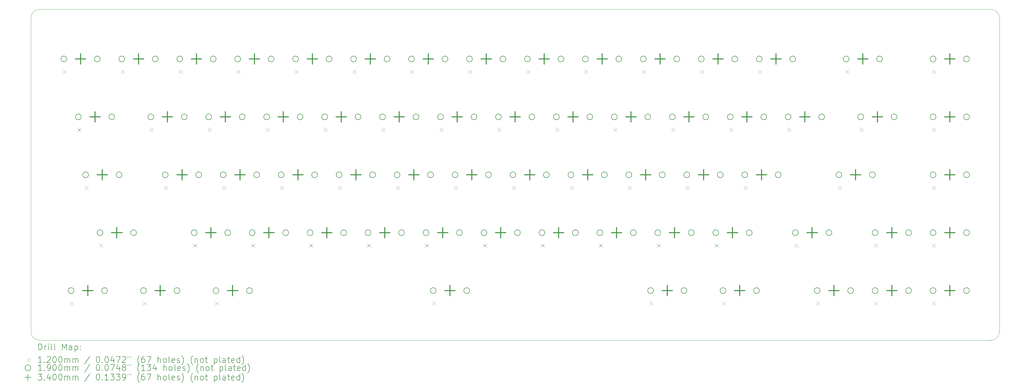
<source format=gbr>
%FSLAX45Y45*%
G04 Gerber Fmt 4.5, Leading zero omitted, Abs format (unit mm)*
G04 Created by KiCad (PCBNEW 6.0.2+dfsg-1) date 2023-02-02 22:32:19*
%MOMM*%
%LPD*%
G01*
G04 APERTURE LIST*
%TA.AperFunction,Profile*%
%ADD10C,0.100000*%
%TD*%
%ADD11C,0.200000*%
%ADD12C,0.120000*%
%ADD13C,0.190000*%
%ADD14C,0.340000*%
G04 APERTURE END LIST*
D10*
X2538531Y-13204127D02*
X2538531Y-2879050D01*
X34098477Y-13483919D02*
X2818400Y-13483919D01*
X34378269Y-2878973D02*
X34378269Y-13204050D01*
X2818323Y-2599181D02*
X34098400Y-2599181D01*
X2818323Y-2599181D02*
G75*
G03*
X2538531Y-2879050I77J-279869D01*
G01*
X2538531Y-13204127D02*
G75*
G03*
X2818400Y-13483919I279869J77D01*
G01*
X34098477Y-13483919D02*
G75*
G03*
X34378269Y-13204050I-77J279869D01*
G01*
X34378269Y-2878973D02*
G75*
G03*
X34098400Y-2599181I-279869J-77D01*
G01*
D11*
D12*
X3588900Y-4591550D02*
X3708900Y-4711550D01*
X3708900Y-4591550D02*
X3588900Y-4711550D01*
X3827025Y-12211550D02*
X3947025Y-12331550D01*
X3947025Y-12211550D02*
X3827025Y-12331550D01*
X4065150Y-6496550D02*
X4185150Y-6616550D01*
X4185150Y-6496550D02*
X4065150Y-6616550D01*
X4303275Y-8401550D02*
X4423275Y-8521550D01*
X4423275Y-8401550D02*
X4303275Y-8521550D01*
X4779525Y-10306550D02*
X4899525Y-10426550D01*
X4899525Y-10306550D02*
X4779525Y-10426550D01*
X5493900Y-4591550D02*
X5613900Y-4711550D01*
X5613900Y-4591550D02*
X5493900Y-4711550D01*
X6208275Y-12211550D02*
X6328275Y-12331550D01*
X6328275Y-12211550D02*
X6208275Y-12331550D01*
X6446400Y-6496550D02*
X6566400Y-6616550D01*
X6566400Y-6496550D02*
X6446400Y-6616550D01*
X6922650Y-8401550D02*
X7042650Y-8521550D01*
X7042650Y-8401550D02*
X6922650Y-8521550D01*
X7398900Y-4591550D02*
X7518900Y-4711550D01*
X7518900Y-4591550D02*
X7398900Y-4711550D01*
X7875150Y-10306550D02*
X7995150Y-10426550D01*
X7995150Y-10306550D02*
X7875150Y-10426550D01*
X8351400Y-6496550D02*
X8471400Y-6616550D01*
X8471400Y-6496550D02*
X8351400Y-6616550D01*
X8589525Y-12211550D02*
X8709525Y-12331550D01*
X8709525Y-12211550D02*
X8589525Y-12331550D01*
X8827650Y-8401550D02*
X8947650Y-8521550D01*
X8947650Y-8401550D02*
X8827650Y-8521550D01*
X9303900Y-4591550D02*
X9423900Y-4711550D01*
X9423900Y-4591550D02*
X9303900Y-4711550D01*
X9780150Y-10306550D02*
X9900150Y-10426550D01*
X9900150Y-10306550D02*
X9780150Y-10426550D01*
X10256400Y-6496550D02*
X10376400Y-6616550D01*
X10376400Y-6496550D02*
X10256400Y-6616550D01*
X10732650Y-8401550D02*
X10852650Y-8521550D01*
X10852650Y-8401550D02*
X10732650Y-8521550D01*
X11208900Y-4591550D02*
X11328900Y-4711550D01*
X11328900Y-4591550D02*
X11208900Y-4711550D01*
X11685150Y-10306550D02*
X11805150Y-10426550D01*
X11805150Y-10306550D02*
X11685150Y-10426550D01*
X12161400Y-6496550D02*
X12281400Y-6616550D01*
X12281400Y-6496550D02*
X12161400Y-6616550D01*
X12637650Y-8401550D02*
X12757650Y-8521550D01*
X12757650Y-8401550D02*
X12637650Y-8521550D01*
X13113900Y-4591550D02*
X13233900Y-4711550D01*
X13233900Y-4591550D02*
X13113900Y-4711550D01*
X13590150Y-10306550D02*
X13710150Y-10426550D01*
X13710150Y-10306550D02*
X13590150Y-10426550D01*
X14066400Y-6496550D02*
X14186400Y-6616550D01*
X14186400Y-6496550D02*
X14066400Y-6616550D01*
X14542650Y-8401550D02*
X14662650Y-8521550D01*
X14662650Y-8401550D02*
X14542650Y-8521550D01*
X15018900Y-4591550D02*
X15138900Y-4711550D01*
X15138900Y-4591550D02*
X15018900Y-4711550D01*
X15495150Y-10306550D02*
X15615150Y-10426550D01*
X15615150Y-10306550D02*
X15495150Y-10426550D01*
X15733275Y-12211550D02*
X15853275Y-12331550D01*
X15853275Y-12211550D02*
X15733275Y-12331550D01*
X15971400Y-6496550D02*
X16091400Y-6616550D01*
X16091400Y-6496550D02*
X15971400Y-6616550D01*
X16447650Y-8401550D02*
X16567650Y-8521550D01*
X16567650Y-8401550D02*
X16447650Y-8521550D01*
X16923900Y-4591550D02*
X17043900Y-4711550D01*
X17043900Y-4591550D02*
X16923900Y-4711550D01*
X17400150Y-10306550D02*
X17520150Y-10426550D01*
X17520150Y-10306550D02*
X17400150Y-10426550D01*
X17876400Y-6496550D02*
X17996400Y-6616550D01*
X17996400Y-6496550D02*
X17876400Y-6616550D01*
X18352650Y-8401550D02*
X18472650Y-8521550D01*
X18472650Y-8401550D02*
X18352650Y-8521550D01*
X18828900Y-4591550D02*
X18948900Y-4711550D01*
X18948900Y-4591550D02*
X18828900Y-4711550D01*
X19305150Y-10306550D02*
X19425150Y-10426550D01*
X19425150Y-10306550D02*
X19305150Y-10426550D01*
X19781400Y-6496550D02*
X19901400Y-6616550D01*
X19901400Y-6496550D02*
X19781400Y-6616550D01*
X20257650Y-8401550D02*
X20377650Y-8521550D01*
X20377650Y-8401550D02*
X20257650Y-8521550D01*
X20733900Y-4591550D02*
X20853900Y-4711550D01*
X20853900Y-4591550D02*
X20733900Y-4711550D01*
X21210150Y-10306550D02*
X21330150Y-10426550D01*
X21330150Y-10306550D02*
X21210150Y-10426550D01*
X21686400Y-6496550D02*
X21806400Y-6616550D01*
X21806400Y-6496550D02*
X21686400Y-6616550D01*
X22162650Y-8401550D02*
X22282650Y-8521550D01*
X22282650Y-8401550D02*
X22162650Y-8521550D01*
X22638900Y-4591550D02*
X22758900Y-4711550D01*
X22758900Y-4591550D02*
X22638900Y-4711550D01*
X22877025Y-12211550D02*
X22997025Y-12331550D01*
X22997025Y-12211550D02*
X22877025Y-12331550D01*
X23115150Y-10306550D02*
X23235150Y-10426550D01*
X23235150Y-10306550D02*
X23115150Y-10426550D01*
X23591400Y-6496550D02*
X23711400Y-6616550D01*
X23711400Y-6496550D02*
X23591400Y-6616550D01*
X24067650Y-8401550D02*
X24187650Y-8521550D01*
X24187650Y-8401550D02*
X24067650Y-8521550D01*
X24543900Y-4591550D02*
X24663900Y-4711550D01*
X24663900Y-4591550D02*
X24543900Y-4711550D01*
X25020150Y-10306550D02*
X25140150Y-10426550D01*
X25140150Y-10306550D02*
X25020150Y-10426550D01*
X25258275Y-12211550D02*
X25378275Y-12331550D01*
X25378275Y-12211550D02*
X25258275Y-12331550D01*
X25496400Y-6496550D02*
X25616400Y-6616550D01*
X25616400Y-6496550D02*
X25496400Y-6616550D01*
X25972650Y-8401550D02*
X26092650Y-8521550D01*
X26092650Y-8401550D02*
X25972650Y-8521550D01*
X26448900Y-4591550D02*
X26568900Y-4711550D01*
X26568900Y-4591550D02*
X26448900Y-4711550D01*
X27401400Y-6496550D02*
X27521400Y-6616550D01*
X27521400Y-6496550D02*
X27401400Y-6616550D01*
X27639525Y-10306550D02*
X27759525Y-10426550D01*
X27759525Y-10306550D02*
X27639525Y-10426550D01*
X28353900Y-12211550D02*
X28473900Y-12331550D01*
X28473900Y-12211550D02*
X28353900Y-12331550D01*
X29068275Y-8401550D02*
X29188275Y-8521550D01*
X29188275Y-8401550D02*
X29068275Y-8521550D01*
X29306400Y-4591550D02*
X29426400Y-4711550D01*
X29426400Y-4591550D02*
X29306400Y-4711550D01*
X29782650Y-6496550D02*
X29902650Y-6616550D01*
X29902650Y-6496550D02*
X29782650Y-6616550D01*
X30258900Y-10306550D02*
X30378900Y-10426550D01*
X30378900Y-10306550D02*
X30258900Y-10426550D01*
X30258900Y-12211550D02*
X30378900Y-12331550D01*
X30378900Y-12211550D02*
X30258900Y-12331550D01*
X32163900Y-4591550D02*
X32283900Y-4711550D01*
X32283900Y-4591550D02*
X32163900Y-4711550D01*
X32163900Y-6496550D02*
X32283900Y-6616550D01*
X32283900Y-6496550D02*
X32163900Y-6616550D01*
X32163900Y-8401550D02*
X32283900Y-8521550D01*
X32283900Y-8401550D02*
X32163900Y-8521550D01*
X32163900Y-10306550D02*
X32283900Y-10426550D01*
X32283900Y-10306550D02*
X32163900Y-10426550D01*
X32163900Y-12211550D02*
X32283900Y-12331550D01*
X32283900Y-12211550D02*
X32163900Y-12331550D01*
D13*
X3715900Y-4231550D02*
G75*
G03*
X3715900Y-4231550I-95000J0D01*
G01*
X3954025Y-11851550D02*
G75*
G03*
X3954025Y-11851550I-95000J0D01*
G01*
X4192150Y-6136550D02*
G75*
G03*
X4192150Y-6136550I-95000J0D01*
G01*
X4430275Y-8041550D02*
G75*
G03*
X4430275Y-8041550I-95000J0D01*
G01*
X4815900Y-4231550D02*
G75*
G03*
X4815900Y-4231550I-95000J0D01*
G01*
X4906525Y-9946550D02*
G75*
G03*
X4906525Y-9946550I-95000J0D01*
G01*
X5054025Y-11851550D02*
G75*
G03*
X5054025Y-11851550I-95000J0D01*
G01*
X5292150Y-6136550D02*
G75*
G03*
X5292150Y-6136550I-95000J0D01*
G01*
X5530275Y-8041550D02*
G75*
G03*
X5530275Y-8041550I-95000J0D01*
G01*
X5620900Y-4231550D02*
G75*
G03*
X5620900Y-4231550I-95000J0D01*
G01*
X6006525Y-9946550D02*
G75*
G03*
X6006525Y-9946550I-95000J0D01*
G01*
X6335275Y-11851550D02*
G75*
G03*
X6335275Y-11851550I-95000J0D01*
G01*
X6573400Y-6136550D02*
G75*
G03*
X6573400Y-6136550I-95000J0D01*
G01*
X6720900Y-4231550D02*
G75*
G03*
X6720900Y-4231550I-95000J0D01*
G01*
X7049650Y-8041550D02*
G75*
G03*
X7049650Y-8041550I-95000J0D01*
G01*
X7435275Y-11851550D02*
G75*
G03*
X7435275Y-11851550I-95000J0D01*
G01*
X7525900Y-4231550D02*
G75*
G03*
X7525900Y-4231550I-95000J0D01*
G01*
X7673400Y-6136550D02*
G75*
G03*
X7673400Y-6136550I-95000J0D01*
G01*
X8002150Y-9946550D02*
G75*
G03*
X8002150Y-9946550I-95000J0D01*
G01*
X8149650Y-8041550D02*
G75*
G03*
X8149650Y-8041550I-95000J0D01*
G01*
X8478400Y-6136550D02*
G75*
G03*
X8478400Y-6136550I-95000J0D01*
G01*
X8625900Y-4231550D02*
G75*
G03*
X8625900Y-4231550I-95000J0D01*
G01*
X8716525Y-11851550D02*
G75*
G03*
X8716525Y-11851550I-95000J0D01*
G01*
X8954650Y-8041550D02*
G75*
G03*
X8954650Y-8041550I-95000J0D01*
G01*
X9102150Y-9946550D02*
G75*
G03*
X9102150Y-9946550I-95000J0D01*
G01*
X9430900Y-4231550D02*
G75*
G03*
X9430900Y-4231550I-95000J0D01*
G01*
X9578400Y-6136550D02*
G75*
G03*
X9578400Y-6136550I-95000J0D01*
G01*
X9816525Y-11851550D02*
G75*
G03*
X9816525Y-11851550I-95000J0D01*
G01*
X9907150Y-9946550D02*
G75*
G03*
X9907150Y-9946550I-95000J0D01*
G01*
X10054650Y-8041550D02*
G75*
G03*
X10054650Y-8041550I-95000J0D01*
G01*
X10383400Y-6136550D02*
G75*
G03*
X10383400Y-6136550I-95000J0D01*
G01*
X10530900Y-4231550D02*
G75*
G03*
X10530900Y-4231550I-95000J0D01*
G01*
X10859650Y-8041550D02*
G75*
G03*
X10859650Y-8041550I-95000J0D01*
G01*
X11007150Y-9946550D02*
G75*
G03*
X11007150Y-9946550I-95000J0D01*
G01*
X11335900Y-4231550D02*
G75*
G03*
X11335900Y-4231550I-95000J0D01*
G01*
X11483400Y-6136550D02*
G75*
G03*
X11483400Y-6136550I-95000J0D01*
G01*
X11812150Y-9946550D02*
G75*
G03*
X11812150Y-9946550I-95000J0D01*
G01*
X11959650Y-8041550D02*
G75*
G03*
X11959650Y-8041550I-95000J0D01*
G01*
X12288400Y-6136550D02*
G75*
G03*
X12288400Y-6136550I-95000J0D01*
G01*
X12435900Y-4231550D02*
G75*
G03*
X12435900Y-4231550I-95000J0D01*
G01*
X12764650Y-8041550D02*
G75*
G03*
X12764650Y-8041550I-95000J0D01*
G01*
X12912150Y-9946550D02*
G75*
G03*
X12912150Y-9946550I-95000J0D01*
G01*
X13240900Y-4231550D02*
G75*
G03*
X13240900Y-4231550I-95000J0D01*
G01*
X13388400Y-6136550D02*
G75*
G03*
X13388400Y-6136550I-95000J0D01*
G01*
X13717150Y-9946550D02*
G75*
G03*
X13717150Y-9946550I-95000J0D01*
G01*
X13864650Y-8041550D02*
G75*
G03*
X13864650Y-8041550I-95000J0D01*
G01*
X14193400Y-6136550D02*
G75*
G03*
X14193400Y-6136550I-95000J0D01*
G01*
X14340900Y-4231550D02*
G75*
G03*
X14340900Y-4231550I-95000J0D01*
G01*
X14669650Y-8041550D02*
G75*
G03*
X14669650Y-8041550I-95000J0D01*
G01*
X14817150Y-9946550D02*
G75*
G03*
X14817150Y-9946550I-95000J0D01*
G01*
X15145900Y-4231550D02*
G75*
G03*
X15145900Y-4231550I-95000J0D01*
G01*
X15293400Y-6136550D02*
G75*
G03*
X15293400Y-6136550I-95000J0D01*
G01*
X15622150Y-9946550D02*
G75*
G03*
X15622150Y-9946550I-95000J0D01*
G01*
X15769650Y-8041550D02*
G75*
G03*
X15769650Y-8041550I-95000J0D01*
G01*
X15860275Y-11851550D02*
G75*
G03*
X15860275Y-11851550I-95000J0D01*
G01*
X16098400Y-6136550D02*
G75*
G03*
X16098400Y-6136550I-95000J0D01*
G01*
X16245900Y-4231550D02*
G75*
G03*
X16245900Y-4231550I-95000J0D01*
G01*
X16574650Y-8041550D02*
G75*
G03*
X16574650Y-8041550I-95000J0D01*
G01*
X16722150Y-9946550D02*
G75*
G03*
X16722150Y-9946550I-95000J0D01*
G01*
X16960275Y-11851550D02*
G75*
G03*
X16960275Y-11851550I-95000J0D01*
G01*
X17050900Y-4231550D02*
G75*
G03*
X17050900Y-4231550I-95000J0D01*
G01*
X17198400Y-6136550D02*
G75*
G03*
X17198400Y-6136550I-95000J0D01*
G01*
X17527150Y-9946550D02*
G75*
G03*
X17527150Y-9946550I-95000J0D01*
G01*
X17674650Y-8041550D02*
G75*
G03*
X17674650Y-8041550I-95000J0D01*
G01*
X18003400Y-6136550D02*
G75*
G03*
X18003400Y-6136550I-95000J0D01*
G01*
X18150900Y-4231550D02*
G75*
G03*
X18150900Y-4231550I-95000J0D01*
G01*
X18479650Y-8041550D02*
G75*
G03*
X18479650Y-8041550I-95000J0D01*
G01*
X18627150Y-9946550D02*
G75*
G03*
X18627150Y-9946550I-95000J0D01*
G01*
X18955900Y-4231550D02*
G75*
G03*
X18955900Y-4231550I-95000J0D01*
G01*
X19103400Y-6136550D02*
G75*
G03*
X19103400Y-6136550I-95000J0D01*
G01*
X19432150Y-9946550D02*
G75*
G03*
X19432150Y-9946550I-95000J0D01*
G01*
X19579650Y-8041550D02*
G75*
G03*
X19579650Y-8041550I-95000J0D01*
G01*
X19908400Y-6136550D02*
G75*
G03*
X19908400Y-6136550I-95000J0D01*
G01*
X20055900Y-4231550D02*
G75*
G03*
X20055900Y-4231550I-95000J0D01*
G01*
X20384650Y-8041550D02*
G75*
G03*
X20384650Y-8041550I-95000J0D01*
G01*
X20532150Y-9946550D02*
G75*
G03*
X20532150Y-9946550I-95000J0D01*
G01*
X20860900Y-4231550D02*
G75*
G03*
X20860900Y-4231550I-95000J0D01*
G01*
X21008400Y-6136550D02*
G75*
G03*
X21008400Y-6136550I-95000J0D01*
G01*
X21337150Y-9946550D02*
G75*
G03*
X21337150Y-9946550I-95000J0D01*
G01*
X21484650Y-8041550D02*
G75*
G03*
X21484650Y-8041550I-95000J0D01*
G01*
X21813400Y-6136550D02*
G75*
G03*
X21813400Y-6136550I-95000J0D01*
G01*
X21960900Y-4231550D02*
G75*
G03*
X21960900Y-4231550I-95000J0D01*
G01*
X22289650Y-8041550D02*
G75*
G03*
X22289650Y-8041550I-95000J0D01*
G01*
X22437150Y-9946550D02*
G75*
G03*
X22437150Y-9946550I-95000J0D01*
G01*
X22765900Y-4231550D02*
G75*
G03*
X22765900Y-4231550I-95000J0D01*
G01*
X22913400Y-6136550D02*
G75*
G03*
X22913400Y-6136550I-95000J0D01*
G01*
X23004025Y-11851550D02*
G75*
G03*
X23004025Y-11851550I-95000J0D01*
G01*
X23242150Y-9946550D02*
G75*
G03*
X23242150Y-9946550I-95000J0D01*
G01*
X23389650Y-8041550D02*
G75*
G03*
X23389650Y-8041550I-95000J0D01*
G01*
X23718400Y-6136550D02*
G75*
G03*
X23718400Y-6136550I-95000J0D01*
G01*
X23865900Y-4231550D02*
G75*
G03*
X23865900Y-4231550I-95000J0D01*
G01*
X24104025Y-11851550D02*
G75*
G03*
X24104025Y-11851550I-95000J0D01*
G01*
X24194650Y-8041550D02*
G75*
G03*
X24194650Y-8041550I-95000J0D01*
G01*
X24342150Y-9946550D02*
G75*
G03*
X24342150Y-9946550I-95000J0D01*
G01*
X24670900Y-4231550D02*
G75*
G03*
X24670900Y-4231550I-95000J0D01*
G01*
X24818400Y-6136550D02*
G75*
G03*
X24818400Y-6136550I-95000J0D01*
G01*
X25147150Y-9946550D02*
G75*
G03*
X25147150Y-9946550I-95000J0D01*
G01*
X25294650Y-8041550D02*
G75*
G03*
X25294650Y-8041550I-95000J0D01*
G01*
X25385275Y-11851550D02*
G75*
G03*
X25385275Y-11851550I-95000J0D01*
G01*
X25623400Y-6136550D02*
G75*
G03*
X25623400Y-6136550I-95000J0D01*
G01*
X25770900Y-4231550D02*
G75*
G03*
X25770900Y-4231550I-95000J0D01*
G01*
X26099650Y-8041550D02*
G75*
G03*
X26099650Y-8041550I-95000J0D01*
G01*
X26247150Y-9946550D02*
G75*
G03*
X26247150Y-9946550I-95000J0D01*
G01*
X26485275Y-11851550D02*
G75*
G03*
X26485275Y-11851550I-95000J0D01*
G01*
X26575900Y-4231550D02*
G75*
G03*
X26575900Y-4231550I-95000J0D01*
G01*
X26723400Y-6136550D02*
G75*
G03*
X26723400Y-6136550I-95000J0D01*
G01*
X27199650Y-8041550D02*
G75*
G03*
X27199650Y-8041550I-95000J0D01*
G01*
X27528400Y-6136550D02*
G75*
G03*
X27528400Y-6136550I-95000J0D01*
G01*
X27675900Y-4231550D02*
G75*
G03*
X27675900Y-4231550I-95000J0D01*
G01*
X27766525Y-9946550D02*
G75*
G03*
X27766525Y-9946550I-95000J0D01*
G01*
X28480900Y-11851550D02*
G75*
G03*
X28480900Y-11851550I-95000J0D01*
G01*
X28628400Y-6136550D02*
G75*
G03*
X28628400Y-6136550I-95000J0D01*
G01*
X28866525Y-9946550D02*
G75*
G03*
X28866525Y-9946550I-95000J0D01*
G01*
X29195275Y-8041550D02*
G75*
G03*
X29195275Y-8041550I-95000J0D01*
G01*
X29433400Y-4231550D02*
G75*
G03*
X29433400Y-4231550I-95000J0D01*
G01*
X29580900Y-11851550D02*
G75*
G03*
X29580900Y-11851550I-95000J0D01*
G01*
X29909650Y-6136550D02*
G75*
G03*
X29909650Y-6136550I-95000J0D01*
G01*
X30295275Y-8041550D02*
G75*
G03*
X30295275Y-8041550I-95000J0D01*
G01*
X30385900Y-9946550D02*
G75*
G03*
X30385900Y-9946550I-95000J0D01*
G01*
X30385900Y-11851550D02*
G75*
G03*
X30385900Y-11851550I-95000J0D01*
G01*
X30533400Y-4231550D02*
G75*
G03*
X30533400Y-4231550I-95000J0D01*
G01*
X31009650Y-6136550D02*
G75*
G03*
X31009650Y-6136550I-95000J0D01*
G01*
X31485900Y-9946550D02*
G75*
G03*
X31485900Y-9946550I-95000J0D01*
G01*
X31485900Y-11851550D02*
G75*
G03*
X31485900Y-11851550I-95000J0D01*
G01*
X32290900Y-4231550D02*
G75*
G03*
X32290900Y-4231550I-95000J0D01*
G01*
X32290900Y-6136550D02*
G75*
G03*
X32290900Y-6136550I-95000J0D01*
G01*
X32290900Y-8041550D02*
G75*
G03*
X32290900Y-8041550I-95000J0D01*
G01*
X32290900Y-9946550D02*
G75*
G03*
X32290900Y-9946550I-95000J0D01*
G01*
X32290900Y-11851550D02*
G75*
G03*
X32290900Y-11851550I-95000J0D01*
G01*
X33390900Y-4231550D02*
G75*
G03*
X33390900Y-4231550I-95000J0D01*
G01*
X33390900Y-6136550D02*
G75*
G03*
X33390900Y-6136550I-95000J0D01*
G01*
X33390900Y-8041550D02*
G75*
G03*
X33390900Y-8041550I-95000J0D01*
G01*
X33390900Y-9946550D02*
G75*
G03*
X33390900Y-9946550I-95000J0D01*
G01*
X33390900Y-11851550D02*
G75*
G03*
X33390900Y-11851550I-95000J0D01*
G01*
D14*
X4170900Y-4061550D02*
X4170900Y-4401550D01*
X4000900Y-4231550D02*
X4340900Y-4231550D01*
X4409025Y-11681550D02*
X4409025Y-12021550D01*
X4239025Y-11851550D02*
X4579025Y-11851550D01*
X4647150Y-5966550D02*
X4647150Y-6306550D01*
X4477150Y-6136550D02*
X4817150Y-6136550D01*
X4885275Y-7871550D02*
X4885275Y-8211550D01*
X4715275Y-8041550D02*
X5055275Y-8041550D01*
X5361525Y-9776550D02*
X5361525Y-10116550D01*
X5191525Y-9946550D02*
X5531525Y-9946550D01*
X6075900Y-4061550D02*
X6075900Y-4401550D01*
X5905900Y-4231550D02*
X6245900Y-4231550D01*
X6790275Y-11681550D02*
X6790275Y-12021550D01*
X6620275Y-11851550D02*
X6960275Y-11851550D01*
X7028400Y-5966550D02*
X7028400Y-6306550D01*
X6858400Y-6136550D02*
X7198400Y-6136550D01*
X7504650Y-7871550D02*
X7504650Y-8211550D01*
X7334650Y-8041550D02*
X7674650Y-8041550D01*
X7980900Y-4061550D02*
X7980900Y-4401550D01*
X7810900Y-4231550D02*
X8150900Y-4231550D01*
X8457150Y-9776550D02*
X8457150Y-10116550D01*
X8287150Y-9946550D02*
X8627150Y-9946550D01*
X8933400Y-5966550D02*
X8933400Y-6306550D01*
X8763400Y-6136550D02*
X9103400Y-6136550D01*
X9171525Y-11681550D02*
X9171525Y-12021550D01*
X9001525Y-11851550D02*
X9341525Y-11851550D01*
X9409650Y-7871550D02*
X9409650Y-8211550D01*
X9239650Y-8041550D02*
X9579650Y-8041550D01*
X9885900Y-4061550D02*
X9885900Y-4401550D01*
X9715900Y-4231550D02*
X10055900Y-4231550D01*
X10362150Y-9776550D02*
X10362150Y-10116550D01*
X10192150Y-9946550D02*
X10532150Y-9946550D01*
X10838400Y-5966550D02*
X10838400Y-6306550D01*
X10668400Y-6136550D02*
X11008400Y-6136550D01*
X11314650Y-7871550D02*
X11314650Y-8211550D01*
X11144650Y-8041550D02*
X11484650Y-8041550D01*
X11790900Y-4061550D02*
X11790900Y-4401550D01*
X11620900Y-4231550D02*
X11960900Y-4231550D01*
X12267150Y-9776550D02*
X12267150Y-10116550D01*
X12097150Y-9946550D02*
X12437150Y-9946550D01*
X12743400Y-5966550D02*
X12743400Y-6306550D01*
X12573400Y-6136550D02*
X12913400Y-6136550D01*
X13219650Y-7871550D02*
X13219650Y-8211550D01*
X13049650Y-8041550D02*
X13389650Y-8041550D01*
X13695900Y-4061550D02*
X13695900Y-4401550D01*
X13525900Y-4231550D02*
X13865900Y-4231550D01*
X14172150Y-9776550D02*
X14172150Y-10116550D01*
X14002150Y-9946550D02*
X14342150Y-9946550D01*
X14648400Y-5966550D02*
X14648400Y-6306550D01*
X14478400Y-6136550D02*
X14818400Y-6136550D01*
X15124650Y-7871550D02*
X15124650Y-8211550D01*
X14954650Y-8041550D02*
X15294650Y-8041550D01*
X15600900Y-4061550D02*
X15600900Y-4401550D01*
X15430900Y-4231550D02*
X15770900Y-4231550D01*
X16077150Y-9776550D02*
X16077150Y-10116550D01*
X15907150Y-9946550D02*
X16247150Y-9946550D01*
X16315275Y-11681550D02*
X16315275Y-12021550D01*
X16145275Y-11851550D02*
X16485275Y-11851550D01*
X16553400Y-5966550D02*
X16553400Y-6306550D01*
X16383400Y-6136550D02*
X16723400Y-6136550D01*
X17029650Y-7871550D02*
X17029650Y-8211550D01*
X16859650Y-8041550D02*
X17199650Y-8041550D01*
X17505900Y-4061550D02*
X17505900Y-4401550D01*
X17335900Y-4231550D02*
X17675900Y-4231550D01*
X17982150Y-9776550D02*
X17982150Y-10116550D01*
X17812150Y-9946550D02*
X18152150Y-9946550D01*
X18458400Y-5966550D02*
X18458400Y-6306550D01*
X18288400Y-6136550D02*
X18628400Y-6136550D01*
X18934650Y-7871550D02*
X18934650Y-8211550D01*
X18764650Y-8041550D02*
X19104650Y-8041550D01*
X19410900Y-4061550D02*
X19410900Y-4401550D01*
X19240900Y-4231550D02*
X19580900Y-4231550D01*
X19887150Y-9776550D02*
X19887150Y-10116550D01*
X19717150Y-9946550D02*
X20057150Y-9946550D01*
X20363400Y-5966550D02*
X20363400Y-6306550D01*
X20193400Y-6136550D02*
X20533400Y-6136550D01*
X20839650Y-7871550D02*
X20839650Y-8211550D01*
X20669650Y-8041550D02*
X21009650Y-8041550D01*
X21315900Y-4061550D02*
X21315900Y-4401550D01*
X21145900Y-4231550D02*
X21485900Y-4231550D01*
X21792150Y-9776550D02*
X21792150Y-10116550D01*
X21622150Y-9946550D02*
X21962150Y-9946550D01*
X22268400Y-5966550D02*
X22268400Y-6306550D01*
X22098400Y-6136550D02*
X22438400Y-6136550D01*
X22744650Y-7871550D02*
X22744650Y-8211550D01*
X22574650Y-8041550D02*
X22914650Y-8041550D01*
X23220900Y-4061550D02*
X23220900Y-4401550D01*
X23050900Y-4231550D02*
X23390900Y-4231550D01*
X23459025Y-11681550D02*
X23459025Y-12021550D01*
X23289025Y-11851550D02*
X23629025Y-11851550D01*
X23697150Y-9776550D02*
X23697150Y-10116550D01*
X23527150Y-9946550D02*
X23867150Y-9946550D01*
X24173400Y-5966550D02*
X24173400Y-6306550D01*
X24003400Y-6136550D02*
X24343400Y-6136550D01*
X24649650Y-7871550D02*
X24649650Y-8211550D01*
X24479650Y-8041550D02*
X24819650Y-8041550D01*
X25125900Y-4061550D02*
X25125900Y-4401550D01*
X24955900Y-4231550D02*
X25295900Y-4231550D01*
X25602150Y-9776550D02*
X25602150Y-10116550D01*
X25432150Y-9946550D02*
X25772150Y-9946550D01*
X25840275Y-11681550D02*
X25840275Y-12021550D01*
X25670275Y-11851550D02*
X26010275Y-11851550D01*
X26078400Y-5966550D02*
X26078400Y-6306550D01*
X25908400Y-6136550D02*
X26248400Y-6136550D01*
X26554650Y-7871550D02*
X26554650Y-8211550D01*
X26384650Y-8041550D02*
X26724650Y-8041550D01*
X27030900Y-4061550D02*
X27030900Y-4401550D01*
X26860900Y-4231550D02*
X27200900Y-4231550D01*
X27983400Y-5966550D02*
X27983400Y-6306550D01*
X27813400Y-6136550D02*
X28153400Y-6136550D01*
X28221525Y-9776550D02*
X28221525Y-10116550D01*
X28051525Y-9946550D02*
X28391525Y-9946550D01*
X28935900Y-11681550D02*
X28935900Y-12021550D01*
X28765900Y-11851550D02*
X29105900Y-11851550D01*
X29650275Y-7871550D02*
X29650275Y-8211550D01*
X29480275Y-8041550D02*
X29820275Y-8041550D01*
X29888400Y-4061550D02*
X29888400Y-4401550D01*
X29718400Y-4231550D02*
X30058400Y-4231550D01*
X30364650Y-5966550D02*
X30364650Y-6306550D01*
X30194650Y-6136550D02*
X30534650Y-6136550D01*
X30840900Y-9776550D02*
X30840900Y-10116550D01*
X30670900Y-9946550D02*
X31010900Y-9946550D01*
X30840900Y-11681550D02*
X30840900Y-12021550D01*
X30670900Y-11851550D02*
X31010900Y-11851550D01*
X32745900Y-4061550D02*
X32745900Y-4401550D01*
X32575900Y-4231550D02*
X32915900Y-4231550D01*
X32745900Y-5966550D02*
X32745900Y-6306550D01*
X32575900Y-6136550D02*
X32915900Y-6136550D01*
X32745900Y-7871550D02*
X32745900Y-8211550D01*
X32575900Y-8041550D02*
X32915900Y-8041550D01*
X32745900Y-9776550D02*
X32745900Y-10116550D01*
X32575900Y-9946550D02*
X32915900Y-9946550D01*
X32745900Y-11681550D02*
X32745900Y-12021550D01*
X32575900Y-11851550D02*
X32915900Y-11851550D01*
D11*
X2791150Y-13799395D02*
X2791150Y-13599395D01*
X2838769Y-13599395D01*
X2867340Y-13608919D01*
X2886388Y-13627967D01*
X2895912Y-13647014D01*
X2905435Y-13685110D01*
X2905435Y-13713681D01*
X2895912Y-13751776D01*
X2886388Y-13770824D01*
X2867340Y-13789871D01*
X2838769Y-13799395D01*
X2791150Y-13799395D01*
X2991150Y-13799395D02*
X2991150Y-13666062D01*
X2991150Y-13704157D02*
X3000674Y-13685110D01*
X3010197Y-13675586D01*
X3029245Y-13666062D01*
X3048293Y-13666062D01*
X3114959Y-13799395D02*
X3114959Y-13666062D01*
X3114959Y-13599395D02*
X3105435Y-13608919D01*
X3114959Y-13618443D01*
X3124483Y-13608919D01*
X3114959Y-13599395D01*
X3114959Y-13618443D01*
X3238769Y-13799395D02*
X3219721Y-13789871D01*
X3210197Y-13770824D01*
X3210197Y-13599395D01*
X3343531Y-13799395D02*
X3324483Y-13789871D01*
X3314959Y-13770824D01*
X3314959Y-13599395D01*
X3572102Y-13799395D02*
X3572102Y-13599395D01*
X3638769Y-13742252D01*
X3705435Y-13599395D01*
X3705435Y-13799395D01*
X3886388Y-13799395D02*
X3886388Y-13694633D01*
X3876864Y-13675586D01*
X3857816Y-13666062D01*
X3819721Y-13666062D01*
X3800674Y-13675586D01*
X3886388Y-13789871D02*
X3867340Y-13799395D01*
X3819721Y-13799395D01*
X3800674Y-13789871D01*
X3791150Y-13770824D01*
X3791150Y-13751776D01*
X3800674Y-13732729D01*
X3819721Y-13723205D01*
X3867340Y-13723205D01*
X3886388Y-13713681D01*
X3981626Y-13666062D02*
X3981626Y-13866062D01*
X3981626Y-13675586D02*
X4000674Y-13666062D01*
X4038769Y-13666062D01*
X4057816Y-13675586D01*
X4067340Y-13685110D01*
X4076864Y-13704157D01*
X4076864Y-13761300D01*
X4067340Y-13780348D01*
X4057816Y-13789871D01*
X4038769Y-13799395D01*
X4000674Y-13799395D01*
X3981626Y-13789871D01*
X4162578Y-13780348D02*
X4172102Y-13789871D01*
X4162578Y-13799395D01*
X4153055Y-13789871D01*
X4162578Y-13780348D01*
X4162578Y-13799395D01*
X4162578Y-13675586D02*
X4172102Y-13685110D01*
X4162578Y-13694633D01*
X4153055Y-13685110D01*
X4162578Y-13675586D01*
X4162578Y-13694633D01*
D12*
X2413531Y-14068919D02*
X2533531Y-14188919D01*
X2533531Y-14068919D02*
X2413531Y-14188919D01*
D11*
X2895912Y-14219395D02*
X2781626Y-14219395D01*
X2838769Y-14219395D02*
X2838769Y-14019395D01*
X2819721Y-14047967D01*
X2800674Y-14067014D01*
X2781626Y-14076538D01*
X2981626Y-14200348D02*
X2991150Y-14209871D01*
X2981626Y-14219395D01*
X2972102Y-14209871D01*
X2981626Y-14200348D01*
X2981626Y-14219395D01*
X3067340Y-14038443D02*
X3076864Y-14028919D01*
X3095912Y-14019395D01*
X3143531Y-14019395D01*
X3162578Y-14028919D01*
X3172102Y-14038443D01*
X3181626Y-14057491D01*
X3181626Y-14076538D01*
X3172102Y-14105110D01*
X3057816Y-14219395D01*
X3181626Y-14219395D01*
X3305435Y-14019395D02*
X3324483Y-14019395D01*
X3343531Y-14028919D01*
X3353055Y-14038443D01*
X3362578Y-14057491D01*
X3372102Y-14095586D01*
X3372102Y-14143205D01*
X3362578Y-14181300D01*
X3353055Y-14200348D01*
X3343531Y-14209871D01*
X3324483Y-14219395D01*
X3305435Y-14219395D01*
X3286388Y-14209871D01*
X3276864Y-14200348D01*
X3267340Y-14181300D01*
X3257816Y-14143205D01*
X3257816Y-14095586D01*
X3267340Y-14057491D01*
X3276864Y-14038443D01*
X3286388Y-14028919D01*
X3305435Y-14019395D01*
X3495912Y-14019395D02*
X3514959Y-14019395D01*
X3534007Y-14028919D01*
X3543531Y-14038443D01*
X3553055Y-14057491D01*
X3562578Y-14095586D01*
X3562578Y-14143205D01*
X3553055Y-14181300D01*
X3543531Y-14200348D01*
X3534007Y-14209871D01*
X3514959Y-14219395D01*
X3495912Y-14219395D01*
X3476864Y-14209871D01*
X3467340Y-14200348D01*
X3457816Y-14181300D01*
X3448293Y-14143205D01*
X3448293Y-14095586D01*
X3457816Y-14057491D01*
X3467340Y-14038443D01*
X3476864Y-14028919D01*
X3495912Y-14019395D01*
X3648293Y-14219395D02*
X3648293Y-14086062D01*
X3648293Y-14105110D02*
X3657816Y-14095586D01*
X3676864Y-14086062D01*
X3705435Y-14086062D01*
X3724483Y-14095586D01*
X3734007Y-14114633D01*
X3734007Y-14219395D01*
X3734007Y-14114633D02*
X3743531Y-14095586D01*
X3762578Y-14086062D01*
X3791150Y-14086062D01*
X3810197Y-14095586D01*
X3819721Y-14114633D01*
X3819721Y-14219395D01*
X3914959Y-14219395D02*
X3914959Y-14086062D01*
X3914959Y-14105110D02*
X3924483Y-14095586D01*
X3943531Y-14086062D01*
X3972102Y-14086062D01*
X3991150Y-14095586D01*
X4000674Y-14114633D01*
X4000674Y-14219395D01*
X4000674Y-14114633D02*
X4010197Y-14095586D01*
X4029245Y-14086062D01*
X4057816Y-14086062D01*
X4076864Y-14095586D01*
X4086388Y-14114633D01*
X4086388Y-14219395D01*
X4476864Y-14009871D02*
X4305436Y-14267014D01*
X4734007Y-14019395D02*
X4753055Y-14019395D01*
X4772102Y-14028919D01*
X4781626Y-14038443D01*
X4791150Y-14057491D01*
X4800674Y-14095586D01*
X4800674Y-14143205D01*
X4791150Y-14181300D01*
X4781626Y-14200348D01*
X4772102Y-14209871D01*
X4753055Y-14219395D01*
X4734007Y-14219395D01*
X4714959Y-14209871D01*
X4705436Y-14200348D01*
X4695912Y-14181300D01*
X4686388Y-14143205D01*
X4686388Y-14095586D01*
X4695912Y-14057491D01*
X4705436Y-14038443D01*
X4714959Y-14028919D01*
X4734007Y-14019395D01*
X4886388Y-14200348D02*
X4895912Y-14209871D01*
X4886388Y-14219395D01*
X4876864Y-14209871D01*
X4886388Y-14200348D01*
X4886388Y-14219395D01*
X5019721Y-14019395D02*
X5038769Y-14019395D01*
X5057817Y-14028919D01*
X5067340Y-14038443D01*
X5076864Y-14057491D01*
X5086388Y-14095586D01*
X5086388Y-14143205D01*
X5076864Y-14181300D01*
X5067340Y-14200348D01*
X5057817Y-14209871D01*
X5038769Y-14219395D01*
X5019721Y-14219395D01*
X5000674Y-14209871D01*
X4991150Y-14200348D01*
X4981626Y-14181300D01*
X4972102Y-14143205D01*
X4972102Y-14095586D01*
X4981626Y-14057491D01*
X4991150Y-14038443D01*
X5000674Y-14028919D01*
X5019721Y-14019395D01*
X5257817Y-14086062D02*
X5257817Y-14219395D01*
X5210197Y-14009871D02*
X5162578Y-14152729D01*
X5286388Y-14152729D01*
X5343531Y-14019395D02*
X5476864Y-14019395D01*
X5391150Y-14219395D01*
X5543531Y-14038443D02*
X5553055Y-14028919D01*
X5572102Y-14019395D01*
X5619721Y-14019395D01*
X5638769Y-14028919D01*
X5648293Y-14038443D01*
X5657816Y-14057491D01*
X5657816Y-14076538D01*
X5648293Y-14105110D01*
X5534007Y-14219395D01*
X5657816Y-14219395D01*
X5734007Y-14019395D02*
X5734007Y-14057491D01*
X5810197Y-14019395D02*
X5810197Y-14057491D01*
X6105435Y-14295586D02*
X6095912Y-14286062D01*
X6076864Y-14257491D01*
X6067340Y-14238443D01*
X6057816Y-14209871D01*
X6048293Y-14162252D01*
X6048293Y-14124157D01*
X6057816Y-14076538D01*
X6067340Y-14047967D01*
X6076864Y-14028919D01*
X6095912Y-14000348D01*
X6105435Y-13990824D01*
X6267340Y-14019395D02*
X6229245Y-14019395D01*
X6210197Y-14028919D01*
X6200674Y-14038443D01*
X6181626Y-14067014D01*
X6172102Y-14105110D01*
X6172102Y-14181300D01*
X6181626Y-14200348D01*
X6191150Y-14209871D01*
X6210197Y-14219395D01*
X6248293Y-14219395D01*
X6267340Y-14209871D01*
X6276864Y-14200348D01*
X6286388Y-14181300D01*
X6286388Y-14133681D01*
X6276864Y-14114633D01*
X6267340Y-14105110D01*
X6248293Y-14095586D01*
X6210197Y-14095586D01*
X6191150Y-14105110D01*
X6181626Y-14114633D01*
X6172102Y-14133681D01*
X6353055Y-14019395D02*
X6486388Y-14019395D01*
X6400674Y-14219395D01*
X6714959Y-14219395D02*
X6714959Y-14019395D01*
X6800674Y-14219395D02*
X6800674Y-14114633D01*
X6791150Y-14095586D01*
X6772102Y-14086062D01*
X6743531Y-14086062D01*
X6724483Y-14095586D01*
X6714959Y-14105110D01*
X6924483Y-14219395D02*
X6905435Y-14209871D01*
X6895912Y-14200348D01*
X6886388Y-14181300D01*
X6886388Y-14124157D01*
X6895912Y-14105110D01*
X6905435Y-14095586D01*
X6924483Y-14086062D01*
X6953055Y-14086062D01*
X6972102Y-14095586D01*
X6981626Y-14105110D01*
X6991150Y-14124157D01*
X6991150Y-14181300D01*
X6981626Y-14200348D01*
X6972102Y-14209871D01*
X6953055Y-14219395D01*
X6924483Y-14219395D01*
X7105435Y-14219395D02*
X7086388Y-14209871D01*
X7076864Y-14190824D01*
X7076864Y-14019395D01*
X7257816Y-14209871D02*
X7238769Y-14219395D01*
X7200674Y-14219395D01*
X7181626Y-14209871D01*
X7172102Y-14190824D01*
X7172102Y-14114633D01*
X7181626Y-14095586D01*
X7200674Y-14086062D01*
X7238769Y-14086062D01*
X7257816Y-14095586D01*
X7267340Y-14114633D01*
X7267340Y-14133681D01*
X7172102Y-14152729D01*
X7343531Y-14209871D02*
X7362578Y-14219395D01*
X7400674Y-14219395D01*
X7419721Y-14209871D01*
X7429245Y-14190824D01*
X7429245Y-14181300D01*
X7419721Y-14162252D01*
X7400674Y-14152729D01*
X7372102Y-14152729D01*
X7353055Y-14143205D01*
X7343531Y-14124157D01*
X7343531Y-14114633D01*
X7353055Y-14095586D01*
X7372102Y-14086062D01*
X7400674Y-14086062D01*
X7419721Y-14095586D01*
X7495912Y-14295586D02*
X7505435Y-14286062D01*
X7524483Y-14257491D01*
X7534007Y-14238443D01*
X7543531Y-14209871D01*
X7553055Y-14162252D01*
X7553055Y-14124157D01*
X7543531Y-14076538D01*
X7534007Y-14047967D01*
X7524483Y-14028919D01*
X7505435Y-14000348D01*
X7495912Y-13990824D01*
X7857816Y-14295586D02*
X7848293Y-14286062D01*
X7829245Y-14257491D01*
X7819721Y-14238443D01*
X7810197Y-14209871D01*
X7800674Y-14162252D01*
X7800674Y-14124157D01*
X7810197Y-14076538D01*
X7819721Y-14047967D01*
X7829245Y-14028919D01*
X7848293Y-14000348D01*
X7857816Y-13990824D01*
X7934007Y-14086062D02*
X7934007Y-14219395D01*
X7934007Y-14105110D02*
X7943531Y-14095586D01*
X7962578Y-14086062D01*
X7991150Y-14086062D01*
X8010197Y-14095586D01*
X8019721Y-14114633D01*
X8019721Y-14219395D01*
X8143531Y-14219395D02*
X8124483Y-14209871D01*
X8114959Y-14200348D01*
X8105435Y-14181300D01*
X8105435Y-14124157D01*
X8114959Y-14105110D01*
X8124483Y-14095586D01*
X8143531Y-14086062D01*
X8172102Y-14086062D01*
X8191150Y-14095586D01*
X8200674Y-14105110D01*
X8210197Y-14124157D01*
X8210197Y-14181300D01*
X8200674Y-14200348D01*
X8191150Y-14209871D01*
X8172102Y-14219395D01*
X8143531Y-14219395D01*
X8267340Y-14086062D02*
X8343531Y-14086062D01*
X8295912Y-14019395D02*
X8295912Y-14190824D01*
X8305435Y-14209871D01*
X8324483Y-14219395D01*
X8343531Y-14219395D01*
X8562578Y-14086062D02*
X8562578Y-14286062D01*
X8562578Y-14095586D02*
X8581626Y-14086062D01*
X8619721Y-14086062D01*
X8638769Y-14095586D01*
X8648293Y-14105110D01*
X8657817Y-14124157D01*
X8657817Y-14181300D01*
X8648293Y-14200348D01*
X8638769Y-14209871D01*
X8619721Y-14219395D01*
X8581626Y-14219395D01*
X8562578Y-14209871D01*
X8772102Y-14219395D02*
X8753055Y-14209871D01*
X8743531Y-14190824D01*
X8743531Y-14019395D01*
X8934007Y-14219395D02*
X8934007Y-14114633D01*
X8924483Y-14095586D01*
X8905436Y-14086062D01*
X8867340Y-14086062D01*
X8848293Y-14095586D01*
X8934007Y-14209871D02*
X8914959Y-14219395D01*
X8867340Y-14219395D01*
X8848293Y-14209871D01*
X8838769Y-14190824D01*
X8838769Y-14171776D01*
X8848293Y-14152729D01*
X8867340Y-14143205D01*
X8914959Y-14143205D01*
X8934007Y-14133681D01*
X9000674Y-14086062D02*
X9076864Y-14086062D01*
X9029245Y-14019395D02*
X9029245Y-14190824D01*
X9038769Y-14209871D01*
X9057817Y-14219395D01*
X9076864Y-14219395D01*
X9219721Y-14209871D02*
X9200674Y-14219395D01*
X9162578Y-14219395D01*
X9143531Y-14209871D01*
X9134007Y-14190824D01*
X9134007Y-14114633D01*
X9143531Y-14095586D01*
X9162578Y-14086062D01*
X9200674Y-14086062D01*
X9219721Y-14095586D01*
X9229245Y-14114633D01*
X9229245Y-14133681D01*
X9134007Y-14152729D01*
X9400674Y-14219395D02*
X9400674Y-14019395D01*
X9400674Y-14209871D02*
X9381626Y-14219395D01*
X9343531Y-14219395D01*
X9324483Y-14209871D01*
X9314959Y-14200348D01*
X9305436Y-14181300D01*
X9305436Y-14124157D01*
X9314959Y-14105110D01*
X9324483Y-14095586D01*
X9343531Y-14086062D01*
X9381626Y-14086062D01*
X9400674Y-14095586D01*
X9476864Y-14295586D02*
X9486388Y-14286062D01*
X9505436Y-14257491D01*
X9514959Y-14238443D01*
X9524483Y-14209871D01*
X9534007Y-14162252D01*
X9534007Y-14124157D01*
X9524483Y-14076538D01*
X9514959Y-14047967D01*
X9505436Y-14028919D01*
X9486388Y-14000348D01*
X9476864Y-13990824D01*
D13*
X2533531Y-14392919D02*
G75*
G03*
X2533531Y-14392919I-95000J0D01*
G01*
D11*
X2895912Y-14483395D02*
X2781626Y-14483395D01*
X2838769Y-14483395D02*
X2838769Y-14283395D01*
X2819721Y-14311967D01*
X2800674Y-14331014D01*
X2781626Y-14340538D01*
X2981626Y-14464348D02*
X2991150Y-14473871D01*
X2981626Y-14483395D01*
X2972102Y-14473871D01*
X2981626Y-14464348D01*
X2981626Y-14483395D01*
X3086388Y-14483395D02*
X3124483Y-14483395D01*
X3143531Y-14473871D01*
X3153055Y-14464348D01*
X3172102Y-14435776D01*
X3181626Y-14397681D01*
X3181626Y-14321491D01*
X3172102Y-14302443D01*
X3162578Y-14292919D01*
X3143531Y-14283395D01*
X3105435Y-14283395D01*
X3086388Y-14292919D01*
X3076864Y-14302443D01*
X3067340Y-14321491D01*
X3067340Y-14369110D01*
X3076864Y-14388157D01*
X3086388Y-14397681D01*
X3105435Y-14407205D01*
X3143531Y-14407205D01*
X3162578Y-14397681D01*
X3172102Y-14388157D01*
X3181626Y-14369110D01*
X3305435Y-14283395D02*
X3324483Y-14283395D01*
X3343531Y-14292919D01*
X3353055Y-14302443D01*
X3362578Y-14321491D01*
X3372102Y-14359586D01*
X3372102Y-14407205D01*
X3362578Y-14445300D01*
X3353055Y-14464348D01*
X3343531Y-14473871D01*
X3324483Y-14483395D01*
X3305435Y-14483395D01*
X3286388Y-14473871D01*
X3276864Y-14464348D01*
X3267340Y-14445300D01*
X3257816Y-14407205D01*
X3257816Y-14359586D01*
X3267340Y-14321491D01*
X3276864Y-14302443D01*
X3286388Y-14292919D01*
X3305435Y-14283395D01*
X3495912Y-14283395D02*
X3514959Y-14283395D01*
X3534007Y-14292919D01*
X3543531Y-14302443D01*
X3553055Y-14321491D01*
X3562578Y-14359586D01*
X3562578Y-14407205D01*
X3553055Y-14445300D01*
X3543531Y-14464348D01*
X3534007Y-14473871D01*
X3514959Y-14483395D01*
X3495912Y-14483395D01*
X3476864Y-14473871D01*
X3467340Y-14464348D01*
X3457816Y-14445300D01*
X3448293Y-14407205D01*
X3448293Y-14359586D01*
X3457816Y-14321491D01*
X3467340Y-14302443D01*
X3476864Y-14292919D01*
X3495912Y-14283395D01*
X3648293Y-14483395D02*
X3648293Y-14350062D01*
X3648293Y-14369110D02*
X3657816Y-14359586D01*
X3676864Y-14350062D01*
X3705435Y-14350062D01*
X3724483Y-14359586D01*
X3734007Y-14378633D01*
X3734007Y-14483395D01*
X3734007Y-14378633D02*
X3743531Y-14359586D01*
X3762578Y-14350062D01*
X3791150Y-14350062D01*
X3810197Y-14359586D01*
X3819721Y-14378633D01*
X3819721Y-14483395D01*
X3914959Y-14483395D02*
X3914959Y-14350062D01*
X3914959Y-14369110D02*
X3924483Y-14359586D01*
X3943531Y-14350062D01*
X3972102Y-14350062D01*
X3991150Y-14359586D01*
X4000674Y-14378633D01*
X4000674Y-14483395D01*
X4000674Y-14378633D02*
X4010197Y-14359586D01*
X4029245Y-14350062D01*
X4057816Y-14350062D01*
X4076864Y-14359586D01*
X4086388Y-14378633D01*
X4086388Y-14483395D01*
X4476864Y-14273871D02*
X4305436Y-14531014D01*
X4734007Y-14283395D02*
X4753055Y-14283395D01*
X4772102Y-14292919D01*
X4781626Y-14302443D01*
X4791150Y-14321491D01*
X4800674Y-14359586D01*
X4800674Y-14407205D01*
X4791150Y-14445300D01*
X4781626Y-14464348D01*
X4772102Y-14473871D01*
X4753055Y-14483395D01*
X4734007Y-14483395D01*
X4714959Y-14473871D01*
X4705436Y-14464348D01*
X4695912Y-14445300D01*
X4686388Y-14407205D01*
X4686388Y-14359586D01*
X4695912Y-14321491D01*
X4705436Y-14302443D01*
X4714959Y-14292919D01*
X4734007Y-14283395D01*
X4886388Y-14464348D02*
X4895912Y-14473871D01*
X4886388Y-14483395D01*
X4876864Y-14473871D01*
X4886388Y-14464348D01*
X4886388Y-14483395D01*
X5019721Y-14283395D02*
X5038769Y-14283395D01*
X5057817Y-14292919D01*
X5067340Y-14302443D01*
X5076864Y-14321491D01*
X5086388Y-14359586D01*
X5086388Y-14407205D01*
X5076864Y-14445300D01*
X5067340Y-14464348D01*
X5057817Y-14473871D01*
X5038769Y-14483395D01*
X5019721Y-14483395D01*
X5000674Y-14473871D01*
X4991150Y-14464348D01*
X4981626Y-14445300D01*
X4972102Y-14407205D01*
X4972102Y-14359586D01*
X4981626Y-14321491D01*
X4991150Y-14302443D01*
X5000674Y-14292919D01*
X5019721Y-14283395D01*
X5153055Y-14283395D02*
X5286388Y-14283395D01*
X5200674Y-14483395D01*
X5448293Y-14350062D02*
X5448293Y-14483395D01*
X5400674Y-14273871D02*
X5353055Y-14416729D01*
X5476864Y-14416729D01*
X5581626Y-14369110D02*
X5562578Y-14359586D01*
X5553055Y-14350062D01*
X5543531Y-14331014D01*
X5543531Y-14321491D01*
X5553055Y-14302443D01*
X5562578Y-14292919D01*
X5581626Y-14283395D01*
X5619721Y-14283395D01*
X5638769Y-14292919D01*
X5648293Y-14302443D01*
X5657816Y-14321491D01*
X5657816Y-14331014D01*
X5648293Y-14350062D01*
X5638769Y-14359586D01*
X5619721Y-14369110D01*
X5581626Y-14369110D01*
X5562578Y-14378633D01*
X5553055Y-14388157D01*
X5543531Y-14407205D01*
X5543531Y-14445300D01*
X5553055Y-14464348D01*
X5562578Y-14473871D01*
X5581626Y-14483395D01*
X5619721Y-14483395D01*
X5638769Y-14473871D01*
X5648293Y-14464348D01*
X5657816Y-14445300D01*
X5657816Y-14407205D01*
X5648293Y-14388157D01*
X5638769Y-14378633D01*
X5619721Y-14369110D01*
X5734007Y-14283395D02*
X5734007Y-14321491D01*
X5810197Y-14283395D02*
X5810197Y-14321491D01*
X6105435Y-14559586D02*
X6095912Y-14550062D01*
X6076864Y-14521491D01*
X6067340Y-14502443D01*
X6057816Y-14473871D01*
X6048293Y-14426252D01*
X6048293Y-14388157D01*
X6057816Y-14340538D01*
X6067340Y-14311967D01*
X6076864Y-14292919D01*
X6095912Y-14264348D01*
X6105435Y-14254824D01*
X6286388Y-14483395D02*
X6172102Y-14483395D01*
X6229245Y-14483395D02*
X6229245Y-14283395D01*
X6210197Y-14311967D01*
X6191150Y-14331014D01*
X6172102Y-14340538D01*
X6353055Y-14283395D02*
X6476864Y-14283395D01*
X6410197Y-14359586D01*
X6438769Y-14359586D01*
X6457816Y-14369110D01*
X6467340Y-14378633D01*
X6476864Y-14397681D01*
X6476864Y-14445300D01*
X6467340Y-14464348D01*
X6457816Y-14473871D01*
X6438769Y-14483395D01*
X6381626Y-14483395D01*
X6362578Y-14473871D01*
X6353055Y-14464348D01*
X6648293Y-14350062D02*
X6648293Y-14483395D01*
X6600674Y-14273871D02*
X6553055Y-14416729D01*
X6676864Y-14416729D01*
X6905435Y-14483395D02*
X6905435Y-14283395D01*
X6991150Y-14483395D02*
X6991150Y-14378633D01*
X6981626Y-14359586D01*
X6962578Y-14350062D01*
X6934007Y-14350062D01*
X6914959Y-14359586D01*
X6905435Y-14369110D01*
X7114959Y-14483395D02*
X7095912Y-14473871D01*
X7086388Y-14464348D01*
X7076864Y-14445300D01*
X7076864Y-14388157D01*
X7086388Y-14369110D01*
X7095912Y-14359586D01*
X7114959Y-14350062D01*
X7143531Y-14350062D01*
X7162578Y-14359586D01*
X7172102Y-14369110D01*
X7181626Y-14388157D01*
X7181626Y-14445300D01*
X7172102Y-14464348D01*
X7162578Y-14473871D01*
X7143531Y-14483395D01*
X7114959Y-14483395D01*
X7295912Y-14483395D02*
X7276864Y-14473871D01*
X7267340Y-14454824D01*
X7267340Y-14283395D01*
X7448293Y-14473871D02*
X7429245Y-14483395D01*
X7391150Y-14483395D01*
X7372102Y-14473871D01*
X7362578Y-14454824D01*
X7362578Y-14378633D01*
X7372102Y-14359586D01*
X7391150Y-14350062D01*
X7429245Y-14350062D01*
X7448293Y-14359586D01*
X7457816Y-14378633D01*
X7457816Y-14397681D01*
X7362578Y-14416729D01*
X7534007Y-14473871D02*
X7553055Y-14483395D01*
X7591150Y-14483395D01*
X7610197Y-14473871D01*
X7619721Y-14454824D01*
X7619721Y-14445300D01*
X7610197Y-14426252D01*
X7591150Y-14416729D01*
X7562578Y-14416729D01*
X7543531Y-14407205D01*
X7534007Y-14388157D01*
X7534007Y-14378633D01*
X7543531Y-14359586D01*
X7562578Y-14350062D01*
X7591150Y-14350062D01*
X7610197Y-14359586D01*
X7686388Y-14559586D02*
X7695912Y-14550062D01*
X7714959Y-14521491D01*
X7724483Y-14502443D01*
X7734007Y-14473871D01*
X7743531Y-14426252D01*
X7743531Y-14388157D01*
X7734007Y-14340538D01*
X7724483Y-14311967D01*
X7714959Y-14292919D01*
X7695912Y-14264348D01*
X7686388Y-14254824D01*
X8048293Y-14559586D02*
X8038769Y-14550062D01*
X8019721Y-14521491D01*
X8010197Y-14502443D01*
X8000674Y-14473871D01*
X7991150Y-14426252D01*
X7991150Y-14388157D01*
X8000674Y-14340538D01*
X8010197Y-14311967D01*
X8019721Y-14292919D01*
X8038769Y-14264348D01*
X8048293Y-14254824D01*
X8124483Y-14350062D02*
X8124483Y-14483395D01*
X8124483Y-14369110D02*
X8134007Y-14359586D01*
X8153055Y-14350062D01*
X8181626Y-14350062D01*
X8200674Y-14359586D01*
X8210197Y-14378633D01*
X8210197Y-14483395D01*
X8334007Y-14483395D02*
X8314959Y-14473871D01*
X8305435Y-14464348D01*
X8295912Y-14445300D01*
X8295912Y-14388157D01*
X8305435Y-14369110D01*
X8314959Y-14359586D01*
X8334007Y-14350062D01*
X8362578Y-14350062D01*
X8381626Y-14359586D01*
X8391150Y-14369110D01*
X8400674Y-14388157D01*
X8400674Y-14445300D01*
X8391150Y-14464348D01*
X8381626Y-14473871D01*
X8362578Y-14483395D01*
X8334007Y-14483395D01*
X8457817Y-14350062D02*
X8534007Y-14350062D01*
X8486388Y-14283395D02*
X8486388Y-14454824D01*
X8495912Y-14473871D01*
X8514959Y-14483395D01*
X8534007Y-14483395D01*
X8753055Y-14350062D02*
X8753055Y-14550062D01*
X8753055Y-14359586D02*
X8772102Y-14350062D01*
X8810197Y-14350062D01*
X8829245Y-14359586D01*
X8838769Y-14369110D01*
X8848293Y-14388157D01*
X8848293Y-14445300D01*
X8838769Y-14464348D01*
X8829245Y-14473871D01*
X8810197Y-14483395D01*
X8772102Y-14483395D01*
X8753055Y-14473871D01*
X8962578Y-14483395D02*
X8943531Y-14473871D01*
X8934007Y-14454824D01*
X8934007Y-14283395D01*
X9124483Y-14483395D02*
X9124483Y-14378633D01*
X9114959Y-14359586D01*
X9095912Y-14350062D01*
X9057817Y-14350062D01*
X9038769Y-14359586D01*
X9124483Y-14473871D02*
X9105436Y-14483395D01*
X9057817Y-14483395D01*
X9038769Y-14473871D01*
X9029245Y-14454824D01*
X9029245Y-14435776D01*
X9038769Y-14416729D01*
X9057817Y-14407205D01*
X9105436Y-14407205D01*
X9124483Y-14397681D01*
X9191150Y-14350062D02*
X9267340Y-14350062D01*
X9219721Y-14283395D02*
X9219721Y-14454824D01*
X9229245Y-14473871D01*
X9248293Y-14483395D01*
X9267340Y-14483395D01*
X9410197Y-14473871D02*
X9391150Y-14483395D01*
X9353055Y-14483395D01*
X9334007Y-14473871D01*
X9324483Y-14454824D01*
X9324483Y-14378633D01*
X9334007Y-14359586D01*
X9353055Y-14350062D01*
X9391150Y-14350062D01*
X9410197Y-14359586D01*
X9419721Y-14378633D01*
X9419721Y-14397681D01*
X9324483Y-14416729D01*
X9591150Y-14483395D02*
X9591150Y-14283395D01*
X9591150Y-14473871D02*
X9572102Y-14483395D01*
X9534007Y-14483395D01*
X9514959Y-14473871D01*
X9505436Y-14464348D01*
X9495912Y-14445300D01*
X9495912Y-14388157D01*
X9505436Y-14369110D01*
X9514959Y-14359586D01*
X9534007Y-14350062D01*
X9572102Y-14350062D01*
X9591150Y-14359586D01*
X9667340Y-14559586D02*
X9676864Y-14550062D01*
X9695912Y-14521491D01*
X9705436Y-14502443D01*
X9714959Y-14473871D01*
X9724483Y-14426252D01*
X9724483Y-14388157D01*
X9714959Y-14340538D01*
X9705436Y-14311967D01*
X9695912Y-14292919D01*
X9676864Y-14264348D01*
X9667340Y-14254824D01*
X2433531Y-14602919D02*
X2433531Y-14802919D01*
X2333531Y-14702919D02*
X2533531Y-14702919D01*
X2772102Y-14593395D02*
X2895912Y-14593395D01*
X2829245Y-14669586D01*
X2857816Y-14669586D01*
X2876864Y-14679110D01*
X2886388Y-14688633D01*
X2895912Y-14707681D01*
X2895912Y-14755300D01*
X2886388Y-14774348D01*
X2876864Y-14783871D01*
X2857816Y-14793395D01*
X2800674Y-14793395D01*
X2781626Y-14783871D01*
X2772102Y-14774348D01*
X2981626Y-14774348D02*
X2991150Y-14783871D01*
X2981626Y-14793395D01*
X2972102Y-14783871D01*
X2981626Y-14774348D01*
X2981626Y-14793395D01*
X3162578Y-14660062D02*
X3162578Y-14793395D01*
X3114959Y-14583871D02*
X3067340Y-14726729D01*
X3191150Y-14726729D01*
X3305435Y-14593395D02*
X3324483Y-14593395D01*
X3343531Y-14602919D01*
X3353055Y-14612443D01*
X3362578Y-14631491D01*
X3372102Y-14669586D01*
X3372102Y-14717205D01*
X3362578Y-14755300D01*
X3353055Y-14774348D01*
X3343531Y-14783871D01*
X3324483Y-14793395D01*
X3305435Y-14793395D01*
X3286388Y-14783871D01*
X3276864Y-14774348D01*
X3267340Y-14755300D01*
X3257816Y-14717205D01*
X3257816Y-14669586D01*
X3267340Y-14631491D01*
X3276864Y-14612443D01*
X3286388Y-14602919D01*
X3305435Y-14593395D01*
X3495912Y-14593395D02*
X3514959Y-14593395D01*
X3534007Y-14602919D01*
X3543531Y-14612443D01*
X3553055Y-14631491D01*
X3562578Y-14669586D01*
X3562578Y-14717205D01*
X3553055Y-14755300D01*
X3543531Y-14774348D01*
X3534007Y-14783871D01*
X3514959Y-14793395D01*
X3495912Y-14793395D01*
X3476864Y-14783871D01*
X3467340Y-14774348D01*
X3457816Y-14755300D01*
X3448293Y-14717205D01*
X3448293Y-14669586D01*
X3457816Y-14631491D01*
X3467340Y-14612443D01*
X3476864Y-14602919D01*
X3495912Y-14593395D01*
X3648293Y-14793395D02*
X3648293Y-14660062D01*
X3648293Y-14679110D02*
X3657816Y-14669586D01*
X3676864Y-14660062D01*
X3705435Y-14660062D01*
X3724483Y-14669586D01*
X3734007Y-14688633D01*
X3734007Y-14793395D01*
X3734007Y-14688633D02*
X3743531Y-14669586D01*
X3762578Y-14660062D01*
X3791150Y-14660062D01*
X3810197Y-14669586D01*
X3819721Y-14688633D01*
X3819721Y-14793395D01*
X3914959Y-14793395D02*
X3914959Y-14660062D01*
X3914959Y-14679110D02*
X3924483Y-14669586D01*
X3943531Y-14660062D01*
X3972102Y-14660062D01*
X3991150Y-14669586D01*
X4000674Y-14688633D01*
X4000674Y-14793395D01*
X4000674Y-14688633D02*
X4010197Y-14669586D01*
X4029245Y-14660062D01*
X4057816Y-14660062D01*
X4076864Y-14669586D01*
X4086388Y-14688633D01*
X4086388Y-14793395D01*
X4476864Y-14583871D02*
X4305436Y-14841014D01*
X4734007Y-14593395D02*
X4753055Y-14593395D01*
X4772102Y-14602919D01*
X4781626Y-14612443D01*
X4791150Y-14631491D01*
X4800674Y-14669586D01*
X4800674Y-14717205D01*
X4791150Y-14755300D01*
X4781626Y-14774348D01*
X4772102Y-14783871D01*
X4753055Y-14793395D01*
X4734007Y-14793395D01*
X4714959Y-14783871D01*
X4705436Y-14774348D01*
X4695912Y-14755300D01*
X4686388Y-14717205D01*
X4686388Y-14669586D01*
X4695912Y-14631491D01*
X4705436Y-14612443D01*
X4714959Y-14602919D01*
X4734007Y-14593395D01*
X4886388Y-14774348D02*
X4895912Y-14783871D01*
X4886388Y-14793395D01*
X4876864Y-14783871D01*
X4886388Y-14774348D01*
X4886388Y-14793395D01*
X5086388Y-14793395D02*
X4972102Y-14793395D01*
X5029245Y-14793395D02*
X5029245Y-14593395D01*
X5010197Y-14621967D01*
X4991150Y-14641014D01*
X4972102Y-14650538D01*
X5153055Y-14593395D02*
X5276864Y-14593395D01*
X5210197Y-14669586D01*
X5238769Y-14669586D01*
X5257817Y-14679110D01*
X5267340Y-14688633D01*
X5276864Y-14707681D01*
X5276864Y-14755300D01*
X5267340Y-14774348D01*
X5257817Y-14783871D01*
X5238769Y-14793395D01*
X5181626Y-14793395D01*
X5162578Y-14783871D01*
X5153055Y-14774348D01*
X5343531Y-14593395D02*
X5467340Y-14593395D01*
X5400674Y-14669586D01*
X5429245Y-14669586D01*
X5448293Y-14679110D01*
X5457817Y-14688633D01*
X5467340Y-14707681D01*
X5467340Y-14755300D01*
X5457817Y-14774348D01*
X5448293Y-14783871D01*
X5429245Y-14793395D01*
X5372102Y-14793395D01*
X5353055Y-14783871D01*
X5343531Y-14774348D01*
X5562578Y-14793395D02*
X5600674Y-14793395D01*
X5619721Y-14783871D01*
X5629245Y-14774348D01*
X5648293Y-14745776D01*
X5657816Y-14707681D01*
X5657816Y-14631491D01*
X5648293Y-14612443D01*
X5638769Y-14602919D01*
X5619721Y-14593395D01*
X5581626Y-14593395D01*
X5562578Y-14602919D01*
X5553055Y-14612443D01*
X5543531Y-14631491D01*
X5543531Y-14679110D01*
X5553055Y-14698157D01*
X5562578Y-14707681D01*
X5581626Y-14717205D01*
X5619721Y-14717205D01*
X5638769Y-14707681D01*
X5648293Y-14698157D01*
X5657816Y-14679110D01*
X5734007Y-14593395D02*
X5734007Y-14631491D01*
X5810197Y-14593395D02*
X5810197Y-14631491D01*
X6105435Y-14869586D02*
X6095912Y-14860062D01*
X6076864Y-14831491D01*
X6067340Y-14812443D01*
X6057816Y-14783871D01*
X6048293Y-14736252D01*
X6048293Y-14698157D01*
X6057816Y-14650538D01*
X6067340Y-14621967D01*
X6076864Y-14602919D01*
X6095912Y-14574348D01*
X6105435Y-14564824D01*
X6267340Y-14593395D02*
X6229245Y-14593395D01*
X6210197Y-14602919D01*
X6200674Y-14612443D01*
X6181626Y-14641014D01*
X6172102Y-14679110D01*
X6172102Y-14755300D01*
X6181626Y-14774348D01*
X6191150Y-14783871D01*
X6210197Y-14793395D01*
X6248293Y-14793395D01*
X6267340Y-14783871D01*
X6276864Y-14774348D01*
X6286388Y-14755300D01*
X6286388Y-14707681D01*
X6276864Y-14688633D01*
X6267340Y-14679110D01*
X6248293Y-14669586D01*
X6210197Y-14669586D01*
X6191150Y-14679110D01*
X6181626Y-14688633D01*
X6172102Y-14707681D01*
X6353055Y-14593395D02*
X6486388Y-14593395D01*
X6400674Y-14793395D01*
X6714959Y-14793395D02*
X6714959Y-14593395D01*
X6800674Y-14793395D02*
X6800674Y-14688633D01*
X6791150Y-14669586D01*
X6772102Y-14660062D01*
X6743531Y-14660062D01*
X6724483Y-14669586D01*
X6714959Y-14679110D01*
X6924483Y-14793395D02*
X6905435Y-14783871D01*
X6895912Y-14774348D01*
X6886388Y-14755300D01*
X6886388Y-14698157D01*
X6895912Y-14679110D01*
X6905435Y-14669586D01*
X6924483Y-14660062D01*
X6953055Y-14660062D01*
X6972102Y-14669586D01*
X6981626Y-14679110D01*
X6991150Y-14698157D01*
X6991150Y-14755300D01*
X6981626Y-14774348D01*
X6972102Y-14783871D01*
X6953055Y-14793395D01*
X6924483Y-14793395D01*
X7105435Y-14793395D02*
X7086388Y-14783871D01*
X7076864Y-14764824D01*
X7076864Y-14593395D01*
X7257816Y-14783871D02*
X7238769Y-14793395D01*
X7200674Y-14793395D01*
X7181626Y-14783871D01*
X7172102Y-14764824D01*
X7172102Y-14688633D01*
X7181626Y-14669586D01*
X7200674Y-14660062D01*
X7238769Y-14660062D01*
X7257816Y-14669586D01*
X7267340Y-14688633D01*
X7267340Y-14707681D01*
X7172102Y-14726729D01*
X7343531Y-14783871D02*
X7362578Y-14793395D01*
X7400674Y-14793395D01*
X7419721Y-14783871D01*
X7429245Y-14764824D01*
X7429245Y-14755300D01*
X7419721Y-14736252D01*
X7400674Y-14726729D01*
X7372102Y-14726729D01*
X7353055Y-14717205D01*
X7343531Y-14698157D01*
X7343531Y-14688633D01*
X7353055Y-14669586D01*
X7372102Y-14660062D01*
X7400674Y-14660062D01*
X7419721Y-14669586D01*
X7495912Y-14869586D02*
X7505435Y-14860062D01*
X7524483Y-14831491D01*
X7534007Y-14812443D01*
X7543531Y-14783871D01*
X7553055Y-14736252D01*
X7553055Y-14698157D01*
X7543531Y-14650538D01*
X7534007Y-14621967D01*
X7524483Y-14602919D01*
X7505435Y-14574348D01*
X7495912Y-14564824D01*
X7857816Y-14869586D02*
X7848293Y-14860062D01*
X7829245Y-14831491D01*
X7819721Y-14812443D01*
X7810197Y-14783871D01*
X7800674Y-14736252D01*
X7800674Y-14698157D01*
X7810197Y-14650538D01*
X7819721Y-14621967D01*
X7829245Y-14602919D01*
X7848293Y-14574348D01*
X7857816Y-14564824D01*
X7934007Y-14660062D02*
X7934007Y-14793395D01*
X7934007Y-14679110D02*
X7943531Y-14669586D01*
X7962578Y-14660062D01*
X7991150Y-14660062D01*
X8010197Y-14669586D01*
X8019721Y-14688633D01*
X8019721Y-14793395D01*
X8143531Y-14793395D02*
X8124483Y-14783871D01*
X8114959Y-14774348D01*
X8105435Y-14755300D01*
X8105435Y-14698157D01*
X8114959Y-14679110D01*
X8124483Y-14669586D01*
X8143531Y-14660062D01*
X8172102Y-14660062D01*
X8191150Y-14669586D01*
X8200674Y-14679110D01*
X8210197Y-14698157D01*
X8210197Y-14755300D01*
X8200674Y-14774348D01*
X8191150Y-14783871D01*
X8172102Y-14793395D01*
X8143531Y-14793395D01*
X8267340Y-14660062D02*
X8343531Y-14660062D01*
X8295912Y-14593395D02*
X8295912Y-14764824D01*
X8305435Y-14783871D01*
X8324483Y-14793395D01*
X8343531Y-14793395D01*
X8562578Y-14660062D02*
X8562578Y-14860062D01*
X8562578Y-14669586D02*
X8581626Y-14660062D01*
X8619721Y-14660062D01*
X8638769Y-14669586D01*
X8648293Y-14679110D01*
X8657817Y-14698157D01*
X8657817Y-14755300D01*
X8648293Y-14774348D01*
X8638769Y-14783871D01*
X8619721Y-14793395D01*
X8581626Y-14793395D01*
X8562578Y-14783871D01*
X8772102Y-14793395D02*
X8753055Y-14783871D01*
X8743531Y-14764824D01*
X8743531Y-14593395D01*
X8934007Y-14793395D02*
X8934007Y-14688633D01*
X8924483Y-14669586D01*
X8905436Y-14660062D01*
X8867340Y-14660062D01*
X8848293Y-14669586D01*
X8934007Y-14783871D02*
X8914959Y-14793395D01*
X8867340Y-14793395D01*
X8848293Y-14783871D01*
X8838769Y-14764824D01*
X8838769Y-14745776D01*
X8848293Y-14726729D01*
X8867340Y-14717205D01*
X8914959Y-14717205D01*
X8934007Y-14707681D01*
X9000674Y-14660062D02*
X9076864Y-14660062D01*
X9029245Y-14593395D02*
X9029245Y-14764824D01*
X9038769Y-14783871D01*
X9057817Y-14793395D01*
X9076864Y-14793395D01*
X9219721Y-14783871D02*
X9200674Y-14793395D01*
X9162578Y-14793395D01*
X9143531Y-14783871D01*
X9134007Y-14764824D01*
X9134007Y-14688633D01*
X9143531Y-14669586D01*
X9162578Y-14660062D01*
X9200674Y-14660062D01*
X9219721Y-14669586D01*
X9229245Y-14688633D01*
X9229245Y-14707681D01*
X9134007Y-14726729D01*
X9400674Y-14793395D02*
X9400674Y-14593395D01*
X9400674Y-14783871D02*
X9381626Y-14793395D01*
X9343531Y-14793395D01*
X9324483Y-14783871D01*
X9314959Y-14774348D01*
X9305436Y-14755300D01*
X9305436Y-14698157D01*
X9314959Y-14679110D01*
X9324483Y-14669586D01*
X9343531Y-14660062D01*
X9381626Y-14660062D01*
X9400674Y-14669586D01*
X9476864Y-14869586D02*
X9486388Y-14860062D01*
X9505436Y-14831491D01*
X9514959Y-14812443D01*
X9524483Y-14783871D01*
X9534007Y-14736252D01*
X9534007Y-14698157D01*
X9524483Y-14650538D01*
X9514959Y-14621967D01*
X9505436Y-14602919D01*
X9486388Y-14574348D01*
X9476864Y-14564824D01*
M02*

</source>
